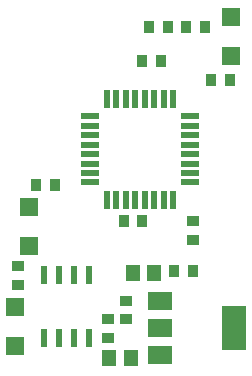
<source format=gtp>
G04 #@! TF.GenerationSoftware,KiCad,Pcbnew,5.1.4*
G04 #@! TF.CreationDate,2020-01-09T00:48:13+01:00*
G04 #@! TF.ProjectId,sejf,73656a66-2e6b-4696-9361-645f70636258,rev?*
G04 #@! TF.SameCoordinates,Original*
G04 #@! TF.FileFunction,Paste,Top*
G04 #@! TF.FilePolarity,Positive*
%FSLAX46Y46*%
G04 Gerber Fmt 4.6, Leading zero omitted, Abs format (unit mm)*
G04 Created by KiCad (PCBNEW 5.1.4) date 2020-01-09 00:48:13*
%MOMM*%
%LPD*%
G04 APERTURE LIST*
%ADD10R,0.950000X1.000000*%
%ADD11R,1.000000X0.950000*%
%ADD12R,1.150000X1.450000*%
%ADD13R,1.000000X0.900000*%
%ADD14R,2.000000X3.800000*%
%ADD15R,2.000000X1.500000*%
%ADD16R,0.900000X1.000000*%
%ADD17R,0.550000X1.600000*%
%ADD18R,1.600000X0.550000*%
%ADD19R,0.600000X1.550000*%
%ADD20R,1.500000X1.500000*%
G04 APERTURE END LIST*
D10*
X115325000Y-70100000D03*
X116925000Y-70100000D03*
X113200000Y-86600000D03*
X114800000Y-86600000D03*
D11*
X111900000Y-94900000D03*
X111900000Y-96500000D03*
D12*
X112000000Y-98200000D03*
X113800000Y-98200000D03*
X114000000Y-91000000D03*
X115800000Y-91000000D03*
D13*
X113400000Y-93300000D03*
X113400000Y-94900000D03*
D14*
X122550000Y-95600000D03*
D15*
X116250000Y-95600000D03*
X116250000Y-97900000D03*
X116250000Y-93300000D03*
D10*
X114800000Y-73000000D03*
X116400000Y-73000000D03*
X117500000Y-90800000D03*
X119100000Y-90800000D03*
D11*
X119100000Y-86600000D03*
X119100000Y-88200000D03*
D16*
X118525000Y-70100000D03*
X120125000Y-70100000D03*
X105800000Y-83500000D03*
X107400000Y-83500000D03*
X122200000Y-74600000D03*
X120600000Y-74600000D03*
D13*
X104300000Y-92000000D03*
X104300000Y-90400000D03*
D17*
X111800000Y-84750000D03*
X112600000Y-84750000D03*
X113400000Y-84750000D03*
X114200000Y-84750000D03*
X115000000Y-84750000D03*
X115800000Y-84750000D03*
X116600000Y-84750000D03*
X117400000Y-84750000D03*
D18*
X118850000Y-83300000D03*
X118850000Y-82500000D03*
X118850000Y-81700000D03*
X118850000Y-80900000D03*
X118850000Y-80100000D03*
X118850000Y-79300000D03*
X118850000Y-78500000D03*
X118850000Y-77700000D03*
D17*
X117400000Y-76250000D03*
X116600000Y-76250000D03*
X115800000Y-76250000D03*
X115000000Y-76250000D03*
X114200000Y-76250000D03*
X113400000Y-76250000D03*
X112600000Y-76250000D03*
X111800000Y-76250000D03*
D18*
X110350000Y-77700000D03*
X110350000Y-78500000D03*
X110350000Y-79300000D03*
X110350000Y-80100000D03*
X110350000Y-80900000D03*
X110350000Y-81700000D03*
X110350000Y-82500000D03*
X110350000Y-83300000D03*
D19*
X110305000Y-91100000D03*
X109035000Y-91100000D03*
X107765000Y-91100000D03*
X106495000Y-91100000D03*
X106495000Y-96500000D03*
X107765000Y-96500000D03*
X109035000Y-96500000D03*
X110305000Y-96500000D03*
D20*
X122275000Y-72625000D03*
X122275000Y-69325000D03*
X104000000Y-93850000D03*
X104000000Y-97150000D03*
X105200000Y-88650000D03*
X105200000Y-85350000D03*
M02*

</source>
